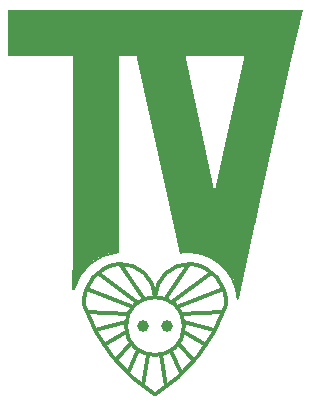
<source format=gtl>
G04*
G04 #@! TF.GenerationSoftware,Altium Limited,Altium Designer,18.1.7 (191)*
G04*
G04 Layer_Physical_Order=1*
G04 Layer_Color=255*
%FSAX25Y25*%
%MOIN*%
G70*
G01*
G75*
%ADD10C,0.00787*%
%ADD13C,0.01181*%
%ADD14C,0.03937*%
%ADD15R,0.15748X0.65354*%
%ADD16R,0.94882X0.15748*%
G36*
X0437008Y0361147D02*
Y0361296D01*
X0427166Y0315871D01*
X0427052D01*
X0424913Y0306311D01*
X0424436Y0306125D01*
X0423228Y0300517D01*
X0419487Y0281914D01*
X0419095Y0282307D01*
Y0284375D01*
X0418405Y0285064D01*
Y0286688D01*
X0417913Y0287180D01*
Y0288214D01*
X0416634Y0289493D01*
Y0290084D01*
X0412500Y0294218D01*
X0412008D01*
X0410728Y0295497D01*
X0409646D01*
X0408661Y0296481D01*
X0406988D01*
X0406428Y0297041D01*
X0401182D01*
X0400000Y0296580D01*
X0395318Y0317840D01*
X0395409D01*
X0385433Y0363115D01*
X0401575D01*
X0411551Y0317840D01*
X0411844D01*
X0421654Y0363115D01*
X0437008Y0363115D01*
Y0378076D01*
X0440945D01*
X0437008Y0361147D01*
D02*
G37*
G36*
X0379426Y0297208D02*
X0379093Y0296875D01*
X0376083D01*
X0375689Y0296481D01*
X0375174D01*
X0374781Y0296088D01*
X0374016D01*
X0373524Y0295596D01*
X0372835D01*
X0371949Y0294710D01*
X0371358D01*
X0367421Y0290773D01*
Y0290267D01*
X0366142Y0288988D01*
Y0288410D01*
X0365354Y0287623D01*
Y0286737D01*
X0364703Y0286086D01*
Y0284805D01*
X0364408D01*
Y0297504D01*
X0364567Y0297662D01*
X0379426Y0297958D01*
Y0297208D01*
D02*
G37*
D10*
X0419290Y0281521D02*
G03*
X0400262Y0297115I-0016731J-0001009D01*
G01*
X0379426Y0297208D02*
G03*
X0364703Y0284805I0001480J-0016696D01*
G01*
X0419487Y0281914D02*
X0424606Y0306914D01*
X0364408Y0284805D02*
X0364567Y0297662D01*
D13*
X0368110Y0279528D02*
G03*
X0391757Y0249744I0054134J0018701D01*
G01*
X0391708D02*
G03*
X0415354Y0279528I-0030487J0048484D01*
G01*
D02*
G03*
X0403543Y0293307I-0012795J0000984D01*
G01*
D02*
G03*
X0391757Y0282283I-0000381J-0011405D01*
G01*
D02*
G03*
X0379921Y0293307I-0011430J-0000406D01*
G01*
Y0293307D02*
G03*
X0368110Y0279528I0000984J-0012795D01*
G01*
X0401356Y0272564D02*
G03*
X0401356Y0272564I-0009646J0000000D01*
G01*
X0397479Y0280617D02*
X0410269Y0290281D01*
X0395382Y0281772D02*
X0403182Y0293209D01*
X0393702Y0262913D02*
X0395407Y0252682D01*
X0399147Y0279060D02*
X0414501Y0284867D01*
X0401280Y0270442D02*
X0408596Y0266166D01*
X0399541Y0266855D02*
X0404659Y0260950D01*
X0400525Y0276599D02*
X0414206Y0277288D01*
X0401312Y0273844D02*
X0411549Y0271383D01*
X0396982Y0264395D02*
X0400547Y0256878D01*
X0379921Y0293209D02*
X0387894Y0281521D01*
X0372835Y0290281D02*
X0385902Y0280407D01*
X0368898Y0284769D02*
X0384252Y0278962D01*
X0369193Y0277288D02*
X0382874Y0276599D01*
X0371850Y0271383D02*
X0382087Y0273844D01*
X0374705Y0266265D02*
X0382020Y0270540D01*
X0378642Y0261147D02*
X0383760Y0267052D01*
X0382655Y0257075D02*
X0386221Y0264592D01*
X0387697Y0252781D02*
X0389402Y0263012D01*
X0397479Y0280617D02*
X0410269Y0290281D01*
X0395382Y0281772D02*
X0403182Y0293209D01*
X0393702Y0262913D02*
X0395407Y0252682D01*
X0399147Y0279060D02*
X0414501Y0284867D01*
X0401280Y0270442D02*
X0408596Y0266166D01*
X0399541Y0266855D02*
X0404659Y0260950D01*
X0400525Y0276599D02*
X0414206Y0277288D01*
X0401312Y0273844D02*
X0411549Y0271383D01*
X0396982Y0264395D02*
X0400547Y0256878D01*
X0379921Y0293209D02*
X0387894Y0281521D01*
X0372835Y0290281D02*
X0385902Y0280407D01*
X0368898Y0284769D02*
X0384252Y0278962D01*
X0369193Y0277288D02*
X0382874Y0276599D01*
X0371850Y0271383D02*
X0382087Y0273844D01*
X0374705Y0266265D02*
X0382020Y0270540D01*
X0378642Y0261147D02*
X0383760Y0267052D01*
X0382655Y0257075D02*
X0386221Y0264592D01*
X0387697Y0252781D02*
X0389402Y0263012D01*
D14*
X0395768Y0272564D02*
D03*
X0387697D02*
D03*
D15*
X0372047Y0330044D02*
D03*
D16*
X0389961Y0370202D02*
D03*
M02*

</source>
